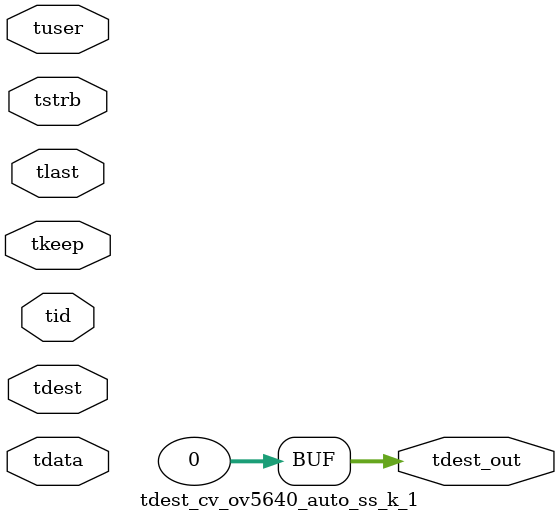
<source format=v>


`timescale 1ps/1ps

module tdest_cv_ov5640_auto_ss_k_1 #
(
parameter C_S_AXIS_TDATA_WIDTH = 32,
parameter C_S_AXIS_TUSER_WIDTH = 0,
parameter C_S_AXIS_TID_WIDTH   = 0,
parameter C_S_AXIS_TDEST_WIDTH = 0,
parameter C_M_AXIS_TDEST_WIDTH = 32
)
(
input  [(C_S_AXIS_TDATA_WIDTH == 0 ? 1 : C_S_AXIS_TDATA_WIDTH)-1:0     ] tdata,
input  [(C_S_AXIS_TUSER_WIDTH == 0 ? 1 : C_S_AXIS_TUSER_WIDTH)-1:0     ] tuser,
input  [(C_S_AXIS_TID_WIDTH   == 0 ? 1 : C_S_AXIS_TID_WIDTH)-1:0       ] tid,
input  [(C_S_AXIS_TDEST_WIDTH == 0 ? 1 : C_S_AXIS_TDEST_WIDTH)-1:0     ] tdest,
input  [(C_S_AXIS_TDATA_WIDTH/8)-1:0 ] tkeep,
input  [(C_S_AXIS_TDATA_WIDTH/8)-1:0 ] tstrb,
input                                                                    tlast,
output [C_M_AXIS_TDEST_WIDTH-1:0] tdest_out
);

assign tdest_out = {1'b0};

endmodule


</source>
